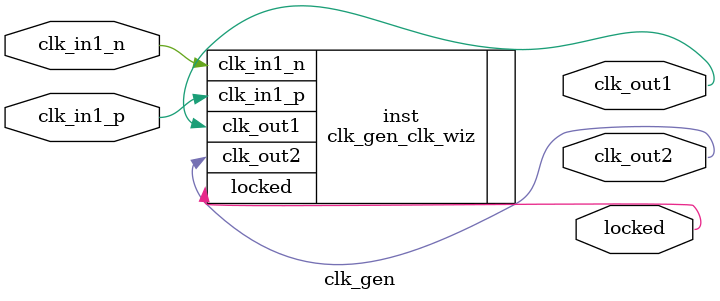
<source format=v>


`timescale 1ps/1ps

(* CORE_GENERATION_INFO = "clk_gen,clk_wiz_v6_0_4_0_0,{component_name=clk_gen,use_phase_alignment=true,use_min_o_jitter=true,use_max_i_jitter=false,use_dyn_phase_shift=false,use_inclk_switchover=false,use_dyn_reconfig=false,enable_axi=0,feedback_source=FDBK_AUTO,PRIMITIVE=PLL,num_out_clk=2,clkin1_period=5.000,clkin2_period=10.000,use_power_down=false,use_reset=false,use_locked=true,use_inclk_stopped=false,feedback_type=SINGLE,CLOCK_MGR_TYPE=NA,manual_override=false}" *)

module clk_gen 
 (
  // Clock out ports
  output        clk_out1,
  output        clk_out2,
  // Status and control signals
  output        locked,
 // Clock in ports
  input         clk_in1_p,
  input         clk_in1_n
 );

  clk_gen_clk_wiz inst
  (
  // Clock out ports  
  .clk_out1(clk_out1),
  .clk_out2(clk_out2),
  // Status and control signals               
  .locked(locked),
 // Clock in ports
  .clk_in1_p(clk_in1_p),
  .clk_in1_n(clk_in1_n)
  );

endmodule

</source>
